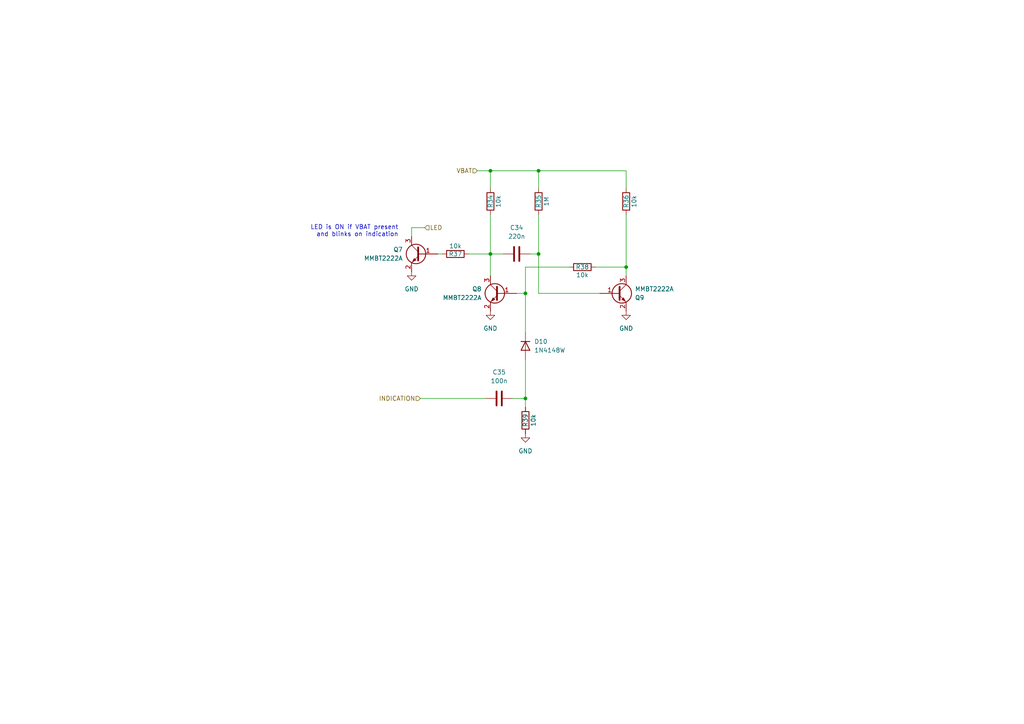
<source format=kicad_sch>
(kicad_sch (version 20231120) (generator "eeschema") (generator_version "8.0")
  (paper "A4")
  (title_block (title "FTDI Quad LIN"))
  (lib_symbols
    (symbol "Device:C" (pin_numbers hide) (pin_names (offset 0.254))
      (property "Reference" "C" (at 0.635 2.54 0))
      (property "Value" "C" (at 0.635 -2.54 0))
      (symbol "C_0_1"
        (polyline (pts (xy -2.032 -0.762) (xy 2.032 -0.762)) (stroke (width 0.508)))
        (polyline (pts (xy -2.032 0.762) (xy 2.032 0.762)) (stroke (width 0.508)))
      )
      (symbol "C_1_1"
        (pin passive line (at 0 3.81 270) (length 2.794) (name "~") (number "1"))
        (pin passive line (at 0 -3.81 90) (length 2.794) (name "~") (number "2"))
      )
    )
    (symbol "Device:R" (pin_numbers hide) (pin_names (offset 0))
      (property "Reference" "R" (at 2.032 0 90))
      (property "Value" "R" (at 0 0 90))
      (symbol "R_0_1"
        (rectangle (start -1.016 -2.54) (end 1.016 2.54) (stroke (width 0.254)))
      )
      (symbol "R_1_1"
        (pin passive line (at 0 3.81 270) (length 1.27) (name "~") (number "1"))
        (pin passive line (at 0 -3.81 90) (length 1.27) (name "~") (number "2"))
      )
    )
    (symbol "Diode:1N4148WS" (pin_numbers hide) (pin_names hide)
      (property "Reference" "D" (at 0 2.54 0))
      (property "Value" "1N4148WS" (at 0 -2.54 0))
      (symbol "1N4148WS_0_1"
        (polyline (pts (xy -1.27 1.27) (xy -1.27 -1.27)) (stroke (width 0.254)))
        (polyline (pts (xy 1.27 0) (xy -1.27 0)))
        (polyline (pts (xy 1.27 1.27) (xy 1.27 -1.27) (xy -1.27 0) (xy 1.27 1.27)) (stroke (width 0.254)))
      )
      (symbol "1N4148WS_1_1"
        (pin passive line (at -3.81 0 0) (length 2.54) (name "K") (number "1"))
        (pin passive line (at 3.81 0 180) (length 2.54) (name "A") (number "2"))
      )
    )
    (symbol "Transistor_BJT:MMBT2222A" (pin_names (offset 0) hide)
      (property "Reference" "Q" (at 5.08 1.905 0))
      (property "Value" "MMBT2222A" (at 5.08 0 0))
      (symbol "MMBT2222A_0_1"
        (polyline (pts (xy 0.635 0.635) (xy 2.54 2.54)))
        (polyline (pts (xy 0.635 -0.635) (xy 2.54 -2.54) (xy 2.54 -2.54)))
        (polyline (pts (xy 0.635 1.905) (xy 0.635 -1.905) (xy 0.635 -1.905)) (stroke (width 0.508)))
        (polyline (pts (xy 1.27 -1.778) (xy 1.778 -1.27) (xy 2.286 -2.286) (xy 1.27 -1.778) (xy 1.27 -1.778)) (fill (type outline)))
        (circle (center 1.27 0) (radius 2.8194) (stroke (width 0.254)))
      )
      (symbol "MMBT2222A_1_1"
        (pin input line (at -5.08 0 0) (length 5.715) (name "B") (number "1"))
        (pin passive line (at 2.54 -5.08 90) (length 2.54) (name "E") (number "2"))
        (pin passive line (at 2.54 5.08 270) (length 2.54) (name "C") (number "3"))
      )
    )
    (symbol "power:GND" (power) (pin_numbers hide) (pin_names (offset 0) hide)
      (property "Value" "GND" (at 0 -3.81 0))
      (symbol "GND_0_1"
        (polyline (pts (xy 0 0) (xy 0 -1.27) (xy 1.27 -1.27) (xy 0 -2.54) (xy -1.27 -1.27) (xy 0 -1.27)))
      )
      (symbol "GND_1_1"
        (pin power_in line (at 0 0 270) (length 0) (name "~") (number "1"))
      )
    )
  )
  (junction (at 156.21 73.66))
  (junction (at 142.24 73.66))
  (junction (at 152.4 115.57))
  (junction (at 156.21 49.53))
  (junction (at 142.24 49.53))
  (junction (at 181.61 77.47))
  (junction (at 152.4 85.09))
  (wire (pts (xy 138.43 49.53) (xy 142.24 49.53)))
  (wire (pts (xy 172.72 77.47) (xy 181.61 77.47)))
  (wire (pts (xy 152.4 118.11) (xy 152.4 115.57)))
  (wire (pts (xy 128.27 73.66) (xy 127 73.66)))
  (wire (pts (xy 156.21 49.53) (xy 181.61 49.53)))
  (wire (pts (xy 152.4 104.14) (xy 152.4 115.57)))
  (wire (pts (xy 153.67 73.66) (xy 156.21 73.66)))
  (wire (pts (xy 142.24 73.66) (xy 142.24 80.01)))
  (wire (pts (xy 152.4 77.47) (xy 152.4 85.09)))
  (wire (pts (xy 152.4 96.52) (xy 152.4 85.09)))
  (wire (pts (xy 142.24 73.66) (xy 146.05 73.66)))
  (wire (pts (xy 156.21 85.09) (xy 156.21 73.66)))
  (wire (pts (xy 165.1 77.47) (xy 152.4 77.47)))
  (wire (pts (xy 121.92 115.57) (xy 140.97 115.57)))
  (wire (pts (xy 142.24 54.61) (xy 142.24 49.53)))
  (wire (pts (xy 142.24 49.53) (xy 156.21 49.53)))
  (wire (pts (xy 152.4 85.09) (xy 149.86 85.09)))
  (wire (pts (xy 156.21 62.23) (xy 156.21 73.66)))
  (wire (pts (xy 181.61 62.23) (xy 181.61 77.47)))
  (wire (pts (xy 173.99 85.09) (xy 156.21 85.09)))
  (wire (pts (xy 123.19 66.04) (xy 119.38 66.04)))
  (wire (pts (xy 156.21 49.53) (xy 156.21 54.61)))
  (wire (pts (xy 152.4 115.57) (xy 148.59 115.57)))
  (wire (pts (xy 135.89 73.66) (xy 142.24 73.66)))
  (wire (pts (xy 142.24 62.23) (xy 142.24 73.66)))
  (wire (pts (xy 119.38 66.04) (xy 119.38 68.58)))
  (wire (pts (xy 181.61 77.47) (xy 181.61 80.01)))
  (wire (pts (xy 181.61 49.53) (xy 181.61 54.61)))
  (text "LED is ON if VBAT present\nand blinks on indication" (at 115.57 67.056 0) (effects (font (size 1.27 1.27)) (justify right)))
  (hierarchical_label "INDICATION" (shape input) (at 121.92 115.57 180))
  (hierarchical_label "LED" (shape input) (at 123.19 66.04 0))
  (hierarchical_label "VBAT" (shape input) (at 138.43 49.53 180))
  (symbol (lib_id "power:GND") (at 119.38 78.74 0) (unit 1)
    (property "Reference" "#PWR0103" (effects (hide yes)))
    (property "Value" "GND" (at 119.38 83.82 0))
    (property "Description" "Power symbol creates a global label with name \"GND\" , ground" (effects (hide yes)))
    (instances (project "ftdi_quad_lin" (path "" (reference "#PWR0103") (unit 1)) (path "" (reference "#PWR099") (unit 1)) (path "" (reference "#PWR098") (unit 1)) (path "" (reference "#PWR0107") (unit 1))))
  )
  (symbol (lib_id "Transistor_BJT:MMBT2222A") (at 179.07 85.09 0) (unit 1)
    (property "Reference" "Q9" (at 184.15 86.3601 0) (effects (justify left)))
    (property "Value" "MMBT2222A" (at 184.15 83.8201 0) (effects (justify left)))
    (property "Footprint" "Package_TO_SOT_SMD:SOT-23" (effects (hide yes)))
    (property "Datasheet" "https://assets.nexperia.com/documents/data-sheet/MMBT2222A.pdf" (effects (hide yes)))
    (property "Description" "600mA Ic, 40V Vce, NPN Transistor, SOT-23" (effects (hide yes)))
    (property "manf#" "MMBT2222A" (effects (hide yes)))
    (instances (project "ftdi_quad_lin" (path "" (reference "Q9") (unit 1)) (path "" (reference "Q6") (unit 1)) (path "" (reference "Q3") (unit 1)) (path "" (reference "Q12") (unit 1))))
  )
  (symbol (lib_id "power:GND") (at 152.4 125.73 0) (unit 1)
    (property "Reference" "#PWR0111" (effects (hide yes)))
    (property "Value" "GND" (at 152.4 130.81 0))
    (property "Description" "Power symbol creates a global label with name \"GND\" , ground" (effects (hide yes)))
    (instances (project "ftdi_quad_lin" (path "" (reference "#PWR0111") (unit 1)) (path "" (reference "#PWR0102") (unit 1)) (path "" (reference "#PWR0106") (unit 1)) (path "" (reference "#PWR0110") (unit 1))))
  )
  (symbol (lib_id "Device:R") (at 181.61 58.42 180) (unit 1)
    (property "Reference" "R36" (at 181.61 58.42 90))
    (property "Value" "10k" (at 183.896 58.42 90))
    (property "Footprint" "Resistor_SMD:R_0805_2012Metric" (effects (hide yes)))
    (property "Description" "Resistor" (effects (hide yes)))
    (instances (project "ftdi_quad_lin" (path "" (reference "R36") (unit 1)) (path "" (reference "R30") (unit 1)) (path "" (reference "R24") (unit 1)) (path "" (reference "R42") (unit 1))))
  )
  (symbol (lib_id "Device:R") (at 142.24 58.42 180) (unit 1)
    (property "Reference" "R34" (at 142.24 58.42 90))
    (property "Value" "10k" (at 144.526 58.42 90))
    (property "Footprint" "Resistor_SMD:R_0805_2012Metric" (effects (hide yes)))
    (property "Description" "Resistor" (effects (hide yes)))
    (instances (project "ftdi_quad_lin" (path "" (reference "R34") (unit 1)) (path "" (reference "R28") (unit 1)) (path "" (reference "R22") (unit 1)) (path "" (reference "R40") (unit 1))))
  )
  (symbol (lib_id "Transistor_BJT:MMBT2222A") (at 144.78 85.09 0) (mirror y) (unit 1)
    (property "Reference" "Q8" (at 139.7 83.8199 0) (effects (justify left)))
    (property "Value" "MMBT2222A" (at 139.7 86.3599 0) (effects (justify left)))
    (property "Footprint" "Package_TO_SOT_SMD:SOT-23" (effects (hide yes)))
    (property "Datasheet" "https://assets.nexperia.com/documents/data-sheet/MMBT2222A.pdf" (effects (hide yes)))
    (property "Description" "600mA Ic, 40V Vce, NPN Transistor, SOT-23" (effects (hide yes)))
    (property "manf#" "MMBT2222A" (effects (hide yes)))
    (instances (project "ftdi_quad_lin" (path "" (reference "Q8") (unit 1)) (path "" (reference "Q5") (unit 1)) (path "" (reference "Q2") (unit 1)) (path "" (reference "Q11") (unit 1))))
  )
  (symbol (lib_id "Device:R") (at 132.08 73.66 270) (unit 1)
    (property "Reference" "R37" (at 132.08 73.66 90))
    (property "Value" "10k" (at 132.08 71.374 90))
    (property "Footprint" "Resistor_SMD:R_0805_2012Metric" (effects (hide yes)))
    (property "Description" "Resistor" (effects (hide yes)))
    (instances (project "ftdi_quad_lin" (path "" (reference "R37") (unit 1)) (path "" (reference "R31") (unit 1)) (path "" (reference "R25") (unit 1)) (path "" (reference "R43") (unit 1))))
  )
  (symbol (lib_id "Device:R") (at 152.4 121.92 0) (unit 1)
    (property "Reference" "R39" (at 152.4 121.92 90))
    (property "Value" "10k" (at 154.686 121.92 90))
    (property "Footprint" "Resistor_SMD:R_0805_2012Metric" (effects (hide yes)))
    (property "Description" "Resistor" (effects (hide yes)))
    (instances (project "ftdi_quad_lin" (path "" (reference "R39") (unit 1)) (path "" (reference "R33") (unit 1)) (path "" (reference "R27") (unit 1)) (path "" (reference "R45") (unit 1))))
  )
  (symbol (lib_id "power:GND") (at 181.61 90.17 0) (unit 1)
    (property "Reference" "#PWR0105" (effects (hide yes)))
    (property "Value" "GND" (at 181.61 95.25 0))
    (property "Description" "Power symbol creates a global label with name \"GND\" , ground" (effects (hide yes)))
    (instances (project "ftdi_quad_lin" (path "" (reference "#PWR0105") (unit 1)) (path "" (reference "#PWR0101") (unit 1)) (path "" (reference "#PWR097") (unit 1)) (path "" (reference "#PWR0109") (unit 1))))
  )
  (symbol (lib_id "Device:R") (at 156.21 58.42 180) (unit 1)
    (property "Reference" "R35" (at 156.21 58.42 90))
    (property "Value" "1M" (at 158.496 58.42 90))
    (property "Footprint" "Resistor_SMD:R_0805_2012Metric" (effects (hide yes)))
    (property "Description" "Resistor" (effects (hide yes)))
    (instances (project "ftdi_quad_lin" (path "" (reference "R35") (unit 1)) (path "" (reference "R29") (unit 1)) (path "" (reference "R23") (unit 1)) (path "" (reference "R41") (unit 1))))
  )
  (symbol (lib_id "Transistor_BJT:MMBT2222A") (at 121.92 73.66 0) (mirror y) (unit 1)
    (property "Reference" "Q7" (at 116.84 72.3899 0) (effects (justify left)))
    (property "Value" "MMBT2222A" (at 116.84 74.9299 0) (effects (justify left)))
    (property "Footprint" "Package_TO_SOT_SMD:SOT-23" (effects (hide yes)))
    (property "Datasheet" "https://assets.nexperia.com/documents/data-sheet/MMBT2222A.pdf" (effects (hide yes)))
    (property "Description" "600mA Ic, 40V Vce, NPN Transistor, SOT-23" (effects (hide yes)))
    (property "manf#" "MMBT2222A" (effects (hide yes)))
    (instances (project "ftdi_quad_lin" (path "" (reference "Q7") (unit 1)) (path "" (reference "Q4") (unit 1)) (path "" (reference "Q1") (unit 1)) (path "" (reference "Q10") (unit 1))))
  )
  (symbol (lib_id "power:GND") (at 142.24 90.17 0) (unit 1)
    (property "Reference" "#PWR0104" (effects (hide yes)))
    (property "Value" "GND" (at 142.24 95.25 0))
    (property "Description" "Power symbol creates a global label with name \"GND\" , ground" (effects (hide yes)))
    (instances (project "ftdi_quad_lin" (path "" (reference "#PWR0104") (unit 1)) (path "" (reference "#PWR0100") (unit 1)) (path "" (reference "#PWR096") (unit 1)) (path "" (reference "#PWR0108") (unit 1))))
  )
  (symbol (lib_id "Diode:1N4148WS") (at 152.4 100.33 270) (unit 1)
    (property "Reference" "D10" (at 154.94 99.0599 90) (effects (justify left)))
    (property "Value" "1N4148W" (at 154.94 101.5999 90) (effects (justify left)))
    (property "Footprint" "Diode_SMD:D_SOD-323_HandSoldering" (effects (hide yes)))
    (property "Datasheet" "https://www.vishay.com/docs/85751/1n4148ws.pdf" (effects (hide yes)))
    (property "Description" "75V 0.15A Fast switching Diode, SOD-323" (effects (hide yes)))
    (property "Sim.Device" "D" (effects (hide yes)))
    (property "Sim.Pins" "1=K 2=A" (effects (hide yes)))
    (property "manf#" "1N4148W" (effects (hide yes)))
    (instances (project "ftdi_quad_lin" (path "" (reference "D10") (unit 1)) (path "" (reference "D12") (unit 1)) (path "" (reference "D11") (unit 1)) (path "" (reference "D13") (unit 1))))
  )
  (symbol (lib_id "Device:R") (at 168.91 77.47 90) (unit 1)
    (property "Reference" "R38" (at 168.91 77.47 90))
    (property "Value" "10k" (at 168.91 79.756 90))
    (property "Footprint" "Resistor_SMD:R_0805_2012Metric" (effects (hide yes)))
    (property "Description" "Resistor" (effects (hide yes)))
    (instances (project "ftdi_quad_lin" (path "" (reference "R38") (unit 1)) (path "" (reference "R32") (unit 1)) (path "" (reference "R26") (unit 1)) (path "" (reference "R44") (unit 1))))
  )
  (symbol (lib_id "Device:C") (at 149.86 73.66 90) (unit 1)
    (property "Reference" "C34" (at 149.86 66.04 90))
    (property "Value" "220n" (at 149.86 68.58 90))
    (property "Footprint" "Capacitor_SMD:C_0805_2012Metric_Pad1.18x1.45mm_HandSolder" (effects (hide yes)))
    (property "Description" "Unpolarized capacitor" (effects (hide yes)))
    (instances (project "ftdi_quad_lin" (path "" (reference "C34") (unit 1)) (path "" (reference "C32") (unit 1)) (path "" (reference "C30") (unit 1)) (path "" (reference "C36") (unit 1))))
  )
  (symbol (lib_id "Device:C") (at 144.78 115.57 90) (unit 1)
    (property "Reference" "C35" (at 144.78 107.95 90))
    (property "Value" "100n" (at 144.78 110.49 90))
    (property "Footprint" "Capacitor_SMD:C_0805_2012Metric_Pad1.18x1.45mm_HandSolder" (effects (hide yes)))
    (property "Description" "Unpolarized capacitor" (effects (hide yes)))
    (instances (project "ftdi_quad_lin" (path "" (reference "C35") (unit 1)) (path "" (reference "C33") (unit 1)) (path "" (reference "C31") (unit 1)) (path "" (reference "C37") (unit 1))))
  )
)
</source>
